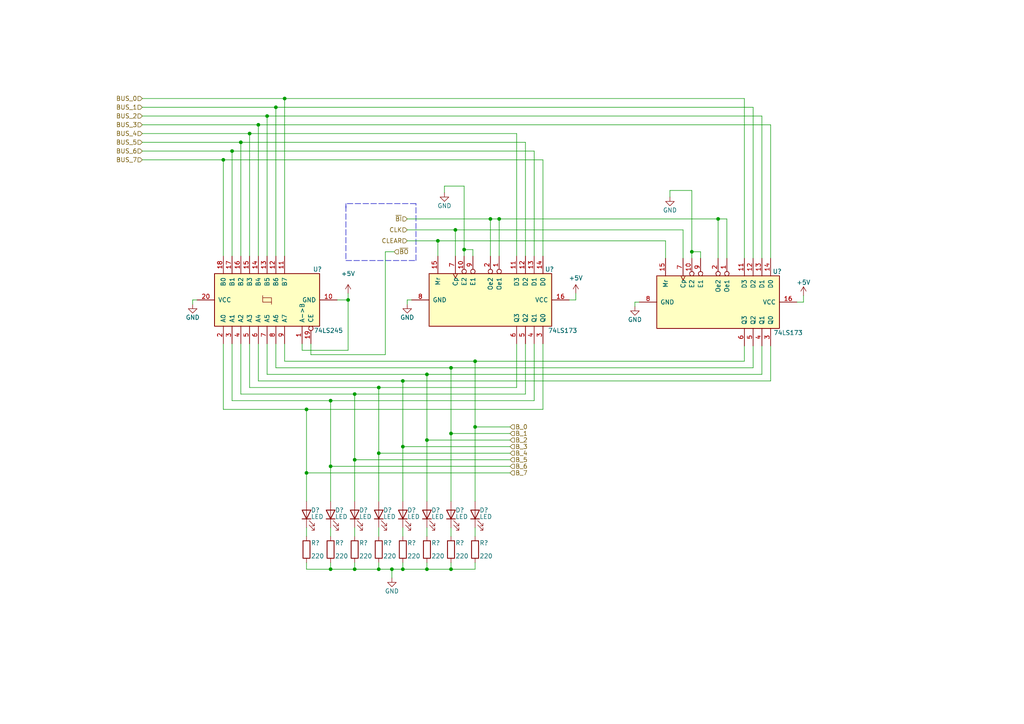
<source format=kicad_sch>
(kicad_sch (version 20211123) (generator eeschema)
  (paper "A4")
  (lib_symbols
    (symbol "74xx:74LS173" (pin_names (offset 1.016))
      (property "Reference" "U" (at -7.62 19.05 0))
      (property "Value" "74LS173" (at -7.62 -19.05 0))
      (symbol "74LS173_1_0"
        (pin input inverted (at -12.7 2.54 0) (length 5.08) (name "Oe1") (number "1"))
        (pin input inverted (at -12.7 -7.62 0) (length 5.08) (name "E2") (number "10"))
        (pin input line (at -12.7 7.62 0) (length 5.08) (name "D3") (number "11"))
        (pin input line (at -12.7 10.16 0) (length 5.08) (name "D2") (number "12"))
        (pin input line (at -12.7 12.7 0) (length 5.08) (name "D1") (number "13"))
        (pin input line (at -12.7 15.24 0) (length 5.08) (name "D0") (number "14"))
        (pin input line (at -12.7 -15.24 0) (length 5.08) (name "Mr") (number "15"))
        (pin power_in line (at 0 22.86 270) (length 5.08) (name "VCC") (number "16"))
        (pin input inverted (at -12.7 0 0) (length 5.08) (name "Oe2") (number "2"))
        (pin tri_state line (at 12.7 15.24 180) (length 5.08) (name "Q0") (number "3"))
        (pin tri_state line (at 12.7 12.7 180) (length 5.08) (name "Q1") (number "4"))
        (pin tri_state line (at 12.7 10.16 180) (length 5.08) (name "Q2") (number "5"))
        (pin tri_state line (at 12.7 7.62 180) (length 5.08) (name "Q3") (number "6"))
        (pin input clock (at -12.7 -10.16 0) (length 5.08) (name "Cp") (number "7"))
        (pin power_in line (at 0 -22.86 90) (length 5.08) (name "GND") (number "8"))
        (pin input inverted (at -12.7 -5.08 0) (length 5.08) (name "E1") (number "9"))
      )
      (symbol "74LS173_1_1"
        (rectangle (start -7.62 17.78) (end 7.62 -17.78) (stroke (width 0.254)) (fill (type background)))
      )
    )
    (symbol "74xx:74LS245" (pin_names (offset 1.016))
      (property "Reference" "U" (at -7.62 16.51 0))
      (property "Value" "74LS245" (at -7.62 -16.51 0))
      (symbol "74LS245_1_0"
        (polyline (pts (xy -0.635 -1.27) (xy -0.635 1.27) (xy 0.635 1.27)))
        (polyline (pts (xy -1.27 -1.27) (xy 0.635 -1.27) (xy 0.635 1.27) (xy 1.27 1.27)))
        (pin input line (at -12.7 -10.16 0) (length 5.08) (name "A->B") (number "1"))
        (pin power_in line (at 0 -20.32 90) (length 5.08) (name "GND") (number "10"))
        (pin tri_state line (at 12.7 -5.08 180) (length 5.08) (name "B7") (number "11"))
        (pin tri_state line (at 12.7 -2.54 180) (length 5.08) (name "B6") (number "12"))
        (pin tri_state line (at 12.7 0 180) (length 5.08) (name "B5") (number "13"))
        (pin tri_state line (at 12.7 2.54 180) (length 5.08) (name "B4") (number "14"))
        (pin tri_state line (at 12.7 5.08 180) (length 5.08) (name "B3") (number "15"))
        (pin tri_state line (at 12.7 7.62 180) (length 5.08) (name "B2") (number "16"))
        (pin tri_state line (at 12.7 10.16 180) (length 5.08) (name "B1") (number "17"))
        (pin tri_state line (at 12.7 12.7 180) (length 5.08) (name "B0") (number "18"))
        (pin input inverted (at -12.7 -12.7 0) (length 5.08) (name "CE") (number "19"))
        (pin tri_state line (at -12.7 12.7 0) (length 5.08) (name "A0") (number "2"))
        (pin power_in line (at 0 20.32 270) (length 5.08) (name "VCC") (number "20"))
        (pin tri_state line (at -12.7 10.16 0) (length 5.08) (name "A1") (number "3"))
        (pin tri_state line (at -12.7 7.62 0) (length 5.08) (name "A2") (number "4"))
        (pin tri_state line (at -12.7 5.08 0) (length 5.08) (name "A3") (number "5"))
        (pin tri_state line (at -12.7 2.54 0) (length 5.08) (name "A4") (number "6"))
        (pin tri_state line (at -12.7 0 0) (length 5.08) (name "A5") (number "7"))
        (pin tri_state line (at -12.7 -2.54 0) (length 5.08) (name "A6") (number "8"))
        (pin tri_state line (at -12.7 -5.08 0) (length 5.08) (name "A7") (number "9"))
      )
      (symbol "74LS245_1_1"
        (rectangle (start -7.62 15.24) (end 7.62 -15.24) (stroke (width 0.254)) (fill (type background)))
      )
    )
    (symbol "Device:LED" (pin_numbers hide) (pin_names (offset 1.016) hide)
      (property "Reference" "D" (at 0 2.54 0))
      (property "Value" "LED" (at 0 -2.54 0))
      (symbol "LED_0_1"
        (polyline (pts (xy -1.27 -1.27) (xy -1.27 1.27)) (stroke (width 0.254)))
        (polyline (pts (xy -1.27 0) (xy 1.27 0)))
        (polyline (pts (xy 1.27 -1.27) (xy 1.27 1.27) (xy -1.27 0) (xy 1.27 -1.27)) (stroke (width 0.254)))
        (polyline (pts (xy -3.048 -0.762) (xy -4.572 -2.286) (xy -3.81 -2.286) (xy -4.572 -2.286) (xy -4.572 -1.524)))
        (polyline (pts (xy -1.778 -0.762) (xy -3.302 -2.286) (xy -2.54 -2.286) (xy -3.302 -2.286) (xy -3.302 -1.524)))
      )
      (symbol "LED_1_1"
        (pin passive line (at -3.81 0 0) (length 2.54) (name "K") (number "1"))
        (pin passive line (at 3.81 0 180) (length 2.54) (name "A") (number "2"))
      )
    )
    (symbol "Device:R" (pin_numbers hide) (pin_names (offset 0))
      (property "Reference" "R" (at 2.032 0 90))
      (property "Value" "R" (at 0 0 90))
      (symbol "R_0_1"
        (rectangle (start -1.016 -2.54) (end 1.016 2.54) (stroke (width 0.254)))
      )
      (symbol "R_1_1"
        (pin passive line (at 0 3.81 270) (length 1.27) (name "~") (number "1"))
        (pin passive line (at 0 -3.81 90) (length 1.27) (name "~") (number "2"))
      )
    )
    (symbol "power:+5V" (power) (pin_names (offset 0))
      (property "Value" "+5V" (at 0 3.556 0))
      (symbol "+5V_0_1"
        (polyline (pts (xy -0.762 1.27) (xy 0 2.54)))
        (polyline (pts (xy 0 0) (xy 0 2.54)))
        (polyline (pts (xy 0 2.54) (xy 0.762 1.27)))
      )
      (symbol "+5V_1_1"
        (pin power_in line (at 0 0 90) (length 0) hide (name "+5V") (number "1"))
      )
    )
    (symbol "power:GND" (power) (pin_names (offset 0))
      (property "Value" "GND" (at 0 -3.81 0))
      (symbol "GND_0_1"
        (polyline (pts (xy 0 0) (xy 0 -1.27) (xy 1.27 -1.27) (xy 0 -2.54) (xy -1.27 -1.27) (xy 0 -1.27)))
      )
      (symbol "GND_1_1"
        (pin power_in line (at 0 0 270) (length 0) hide (name "GND") (number "1"))
      )
    )
  )
  (junction (at 137.795 104.775))
  (junction (at 102.87 133.35))
  (junction (at 123.825 127.635))
  (junction (at 130.81 125.73))
  (junction (at 113.665 165.1))
  (junction (at 130.81 165.1))
  (junction (at 200.66 73.025))
  (junction (at 64.77 46.355))
  (junction (at 130.81 106.68))
  (junction (at 102.87 114.3))
  (junction (at 208.28 63.5))
  (junction (at 72.39 38.735))
  (junction (at 95.885 135.255))
  (junction (at 88.9 137.16))
  (junction (at 137.795 123.825))
  (junction (at 102.87 165.1))
  (junction (at 80.01 31.115))
  (junction (at 116.84 110.49))
  (junction (at 67.31 43.815))
  (junction (at 100.965 86.995))
  (junction (at 127 69.85))
  (junction (at 116.84 129.54))
  (junction (at 123.825 165.1))
  (junction (at 95.885 116.205))
  (junction (at 82.55 28.575))
  (junction (at 109.855 131.445))
  (junction (at 77.47 33.655))
  (junction (at 88.9 118.745))
  (junction (at 134.62 72.39))
  (junction (at 95.885 165.1))
  (junction (at 69.85 41.275))
  (junction (at 142.24 63.5))
  (junction (at 74.93 36.195))
  (junction (at 116.84 165.1))
  (junction (at 144.78 63.5))
  (junction (at 132.08 66.675))
  (junction (at 123.825 108.585))
  (junction (at 109.855 165.1))
  (junction (at 109.855 112.395))
  (wire (pts (xy 203.2 74.93) (xy 203.2 73.025)))
  (wire (pts (xy 144.78 74.295) (xy 144.78 63.5)))
  (wire (pts (xy 157.48 74.295) (xy 157.48 46.355)))
  (wire (pts (xy 67.31 43.815) (xy 67.31 74.295)))
  (wire (pts (xy 88.9 153.035) (xy 88.9 155.575)))
  (wire (pts (xy 87.63 101.6) (xy 100.965 101.6)))
  (wire (pts (xy 215.9 74.93) (xy 215.9 28.575)))
  (wire (pts (xy 154.94 43.815) (xy 67.31 43.815)))
  (wire (pts (xy 82.55 104.775) (xy 82.55 99.695)))
  (wire (pts (xy 57.15 86.995) (xy 55.88 86.995)))
  (wire (pts (xy 109.855 112.395) (xy 109.855 131.445)))
  (wire (pts (xy 116.84 110.49) (xy 223.52 110.49)))
  (wire (pts (xy 218.44 74.93) (xy 218.44 31.115)))
  (wire (pts (xy 102.87 153.035) (xy 102.87 155.575)))
  (wire (pts (xy 74.93 110.49) (xy 116.84 110.49)))
  (wire (pts (xy 200.66 55.245) (xy 194.31 55.245)))
  (wire (pts (xy 198.12 74.93) (xy 198.12 66.675)))
  (wire (pts (xy 95.885 135.255) (xy 147.955 135.255)))
  (wire (pts (xy 100.965 86.995) (xy 97.79 86.995)))
  (wire (pts (xy 130.81 106.68) (xy 130.81 125.73)))
  (wire (pts (xy 208.28 74.93) (xy 208.28 63.5)))
  (wire (pts (xy 223.52 36.195) (xy 74.93 36.195)))
  (wire (pts (xy 41.275 41.275) (xy 69.85 41.275)))
  (wire (pts (xy 116.84 163.195) (xy 116.84 165.1)))
  (wire (pts (xy 208.28 63.5) (xy 144.78 63.5)))
  (wire (pts (xy 152.4 74.295) (xy 152.4 41.275)))
  (wire (pts (xy 102.87 163.195) (xy 102.87 165.1)))
  (wire (pts (xy 88.9 137.16) (xy 147.955 137.16)))
  (wire (pts (xy 130.81 153.035) (xy 130.81 155.575)))
  (wire (pts (xy 223.52 110.49) (xy 223.52 100.33)))
  (wire (pts (xy 109.855 165.1) (xy 102.87 165.1)))
  (wire (pts (xy 220.98 108.585) (xy 123.825 108.585)))
  (wire (pts (xy 88.9 118.745) (xy 64.77 118.745)))
  (wire (pts (xy 184.15 88.9) (xy 184.15 87.63)))
  (wire (pts (xy 123.825 127.635) (xy 147.955 127.635)))
  (wire (pts (xy 137.16 72.39) (xy 134.62 72.39)))
  (polyline (pts (xy 120.65 75.565) (xy 120.65 59.055)))
  (wire (pts (xy 123.825 163.195) (xy 123.825 165.1)))
  (wire (pts (xy 69.85 41.275) (xy 69.85 74.295)))
  (wire (pts (xy 80.01 31.115) (xy 80.01 74.295)))
  (wire (pts (xy 152.4 41.275) (xy 69.85 41.275)))
  (wire (pts (xy 128.905 53.975) (xy 128.905 55.88)))
  (wire (pts (xy 113.665 165.1) (xy 113.665 167.64)))
  (wire (pts (xy 95.885 135.255) (xy 95.885 145.415)))
  (wire (pts (xy 184.15 87.63) (xy 185.42 87.63)))
  (wire (pts (xy 41.275 38.735) (xy 72.39 38.735)))
  (wire (pts (xy 90.17 99.695) (xy 90.17 102.87)))
  (wire (pts (xy 215.9 104.775) (xy 137.795 104.775)))
  (wire (pts (xy 95.885 116.205) (xy 95.885 135.255)))
  (wire (pts (xy 41.275 31.115) (xy 80.01 31.115)))
  (wire (pts (xy 220.98 33.655) (xy 77.47 33.655)))
  (wire (pts (xy 218.44 31.115) (xy 80.01 31.115)))
  (wire (pts (xy 109.855 131.445) (xy 109.855 145.415)))
  (wire (pts (xy 137.795 153.035) (xy 137.795 155.575)))
  (wire (pts (xy 41.275 46.355) (xy 64.77 46.355)))
  (wire (pts (xy 116.84 165.1) (xy 113.665 165.1)))
  (wire (pts (xy 193.04 74.93) (xy 193.04 69.85)))
  (wire (pts (xy 200.66 73.025) (xy 200.66 55.245)))
  (wire (pts (xy 102.87 165.1) (xy 95.885 165.1)))
  (wire (pts (xy 149.86 99.695) (xy 149.86 112.395)))
  (wire (pts (xy 130.81 163.195) (xy 130.81 165.1)))
  (wire (pts (xy 77.47 33.655) (xy 77.47 74.295)))
  (wire (pts (xy 100.965 85.09) (xy 100.965 86.995)))
  (wire (pts (xy 55.88 86.995) (xy 55.88 88.265)))
  (wire (pts (xy 67.31 116.205) (xy 95.885 116.205)))
  (wire (pts (xy 41.275 43.815) (xy 67.31 43.815)))
  (wire (pts (xy 109.855 112.395) (xy 149.86 112.395)))
  (wire (pts (xy 118.11 63.5) (xy 142.24 63.5)))
  (wire (pts (xy 111.76 73.025) (xy 114.3 73.025)))
  (wire (pts (xy 134.62 72.39) (xy 134.62 53.975)))
  (wire (pts (xy 116.84 110.49) (xy 116.84 129.54)))
  (wire (pts (xy 198.12 66.675) (xy 132.08 66.675)))
  (wire (pts (xy 137.795 165.1) (xy 130.81 165.1)))
  (wire (pts (xy 220.98 74.93) (xy 220.98 33.655)))
  (wire (pts (xy 165.1 86.995) (xy 167.005 86.995)))
  (wire (pts (xy 80.01 99.695) (xy 80.01 106.68)))
  (wire (pts (xy 142.24 63.5) (xy 142.24 74.295)))
  (wire (pts (xy 116.84 129.54) (xy 147.955 129.54)))
  (wire (pts (xy 127 69.85) (xy 127 74.295)))
  (wire (pts (xy 123.825 165.1) (xy 130.81 165.1)))
  (wire (pts (xy 215.9 28.575) (xy 82.55 28.575)))
  (wire (pts (xy 152.4 99.695) (xy 152.4 114.3)))
  (wire (pts (xy 102.87 133.35) (xy 147.955 133.35)))
  (wire (pts (xy 116.84 153.035) (xy 116.84 155.575)))
  (wire (pts (xy 69.85 114.3) (xy 69.85 99.695)))
  (wire (pts (xy 154.94 74.295) (xy 154.94 43.815)))
  (wire (pts (xy 210.82 63.5) (xy 208.28 63.5)))
  (wire (pts (xy 123.825 165.1) (xy 116.84 165.1)))
  (wire (pts (xy 41.275 36.195) (xy 74.93 36.195)))
  (wire (pts (xy 157.48 46.355) (xy 64.77 46.355)))
  (wire (pts (xy 109.855 131.445) (xy 147.955 131.445)))
  (wire (pts (xy 109.855 163.195) (xy 109.855 165.1)))
  (wire (pts (xy 67.31 99.695) (xy 67.31 116.205)))
  (wire (pts (xy 220.98 100.33) (xy 220.98 108.585)))
  (wire (pts (xy 82.55 28.575) (xy 82.55 74.295)))
  (wire (pts (xy 123.825 108.585) (xy 123.825 127.635)))
  (wire (pts (xy 134.62 74.295) (xy 134.62 72.39)))
  (wire (pts (xy 100.965 101.6) (xy 100.965 86.995)))
  (wire (pts (xy 80.01 106.68) (xy 130.81 106.68)))
  (polyline (pts (xy 100.33 75.565) (xy 120.65 75.565)))
  (wire (pts (xy 233.045 85.725) (xy 233.045 87.63)))
  (wire (pts (xy 95.885 116.205) (xy 154.94 116.205)))
  (wire (pts (xy 88.9 137.16) (xy 88.9 145.415)))
  (wire (pts (xy 167.005 85.09) (xy 167.005 86.995)))
  (wire (pts (xy 109.855 153.035) (xy 109.855 155.575)))
  (wire (pts (xy 215.9 100.33) (xy 215.9 104.775)))
  (wire (pts (xy 200.66 74.93) (xy 200.66 73.025)))
  (wire (pts (xy 64.77 118.745) (xy 64.77 99.695)))
  (wire (pts (xy 41.275 33.655) (xy 77.47 33.655)))
  (wire (pts (xy 118.11 88.265) (xy 118.11 86.995)))
  (wire (pts (xy 144.78 63.5) (xy 142.24 63.5)))
  (wire (pts (xy 130.81 125.73) (xy 130.81 145.415)))
  (wire (pts (xy 130.81 125.73) (xy 147.955 125.73)))
  (wire (pts (xy 41.275 28.575) (xy 82.55 28.575)))
  (wire (pts (xy 203.2 73.025) (xy 200.66 73.025)))
  (wire (pts (xy 157.48 118.745) (xy 88.9 118.745)))
  (wire (pts (xy 123.825 127.635) (xy 123.825 145.415)))
  (wire (pts (xy 74.93 99.695) (xy 74.93 110.49)))
  (wire (pts (xy 130.81 106.68) (xy 218.44 106.68)))
  (wire (pts (xy 134.62 53.975) (xy 128.905 53.975)))
  (wire (pts (xy 152.4 114.3) (xy 102.87 114.3)))
  (wire (pts (xy 137.795 123.825) (xy 137.795 145.415)))
  (wire (pts (xy 137.795 163.195) (xy 137.795 165.1)))
  (wire (pts (xy 137.795 104.775) (xy 82.55 104.775)))
  (wire (pts (xy 137.795 123.825) (xy 147.955 123.825)))
  (wire (pts (xy 132.08 66.675) (xy 132.08 74.295)))
  (wire (pts (xy 72.39 38.735) (xy 72.39 74.295)))
  (wire (pts (xy 193.04 69.85) (xy 127 69.85)))
  (wire (pts (xy 102.87 114.3) (xy 102.87 133.35)))
  (wire (pts (xy 210.82 74.93) (xy 210.82 63.5)))
  (polyline (pts (xy 100.33 59.055) (xy 100.33 60.325)))
  (wire (pts (xy 88.9 165.1) (xy 95.885 165.1)))
  (wire (pts (xy 95.885 165.1) (xy 95.885 163.195)))
  (wire (pts (xy 154.94 116.205) (xy 154.94 99.695)))
  (wire (pts (xy 64.77 46.355) (xy 64.77 74.295)))
  (wire (pts (xy 77.47 99.695) (xy 77.47 108.585)))
  (wire (pts (xy 149.86 38.735) (xy 72.39 38.735)))
  (wire (pts (xy 123.825 153.035) (xy 123.825 155.575)))
  (wire (pts (xy 118.11 69.85) (xy 127 69.85)))
  (wire (pts (xy 194.31 55.245) (xy 194.31 57.15)))
  (wire (pts (xy 111.76 102.87) (xy 111.76 73.025)))
  (wire (pts (xy 137.795 104.775) (xy 137.795 123.825)))
  (wire (pts (xy 231.14 87.63) (xy 233.045 87.63)))
  (wire (pts (xy 137.16 74.295) (xy 137.16 72.39)))
  (wire (pts (xy 72.39 112.395) (xy 109.855 112.395)))
  (wire (pts (xy 149.86 74.295) (xy 149.86 38.735)))
  (wire (pts (xy 87.63 99.695) (xy 87.63 101.6)))
  (wire (pts (xy 118.11 66.675) (xy 132.08 66.675)))
  (wire (pts (xy 157.48 99.695) (xy 157.48 118.745)))
  (wire (pts (xy 223.52 74.93) (xy 223.52 36.195)))
  (wire (pts (xy 72.39 99.695) (xy 72.39 112.395)))
  (wire (pts (xy 102.87 133.35) (xy 102.87 145.415)))
  (wire (pts (xy 74.93 36.195) (xy 74.93 74.295)))
  (polyline (pts (xy 100.33 59.69) (xy 100.33 75.565)))
  (wire (pts (xy 118.11 86.995) (xy 119.38 86.995)))
  (wire (pts (xy 95.885 153.035) (xy 95.885 155.575)))
  (wire (pts (xy 113.665 165.1) (xy 109.855 165.1)))
  (wire (pts (xy 218.44 100.33) (xy 218.44 106.68)))
  (wire (pts (xy 116.84 129.54) (xy 116.84 145.415)))
  (wire (pts (xy 102.87 114.3) (xy 69.85 114.3)))
  (wire (pts (xy 90.17 102.87) (xy 111.76 102.87)))
  (wire (pts (xy 88.9 163.195) (xy 88.9 165.1)))
  (wire (pts (xy 123.825 108.585) (xy 77.47 108.585)))
  (wire (pts (xy 88.9 118.745) (xy 88.9 137.16)))
  (polyline (pts (xy 120.65 59.055) (xy 100.33 59.055)))
  (hierarchical_label "B_4" (shape input) (at 147.955 131.445 0))
  (hierarchical_label "BUS_1" (shape input) (at 41.275 31.115 180))
  (hierarchical_label "B_0" (shape input) (at 147.955 123.825 0))
  (hierarchical_label "~{BI}" (shape input) (at 118.11 63.5 180))
  (hierarchical_label "BUS_4" (shape input) (at 41.275 38.735 180))
  (hierarchical_label "BUS_6" (shape input) (at 41.275 43.815 180))
  (hierarchical_label "CLK" (shape input) (at 118.11 66.675 180))
  (hierarchical_label "BUS_3" (shape input) (at 41.275 36.195 180))
  (hierarchical_label "B_5" (shape input) (at 147.955 133.35 0))
  (hierarchical_label "BUS_2" (shape input) (at 41.275 33.655 180))
  (hierarchical_label "BUS_5" (shape input) (at 41.275 41.275 180))
  (hierarchical_label "B_3" (shape input) (at 147.955 129.54 0))
  (hierarchical_label "B_7" (shape input) (at 147.955 137.16 0))
  (hierarchical_label "BUS_7" (shape input) (at 41.275 46.355 180))
  (hierarchical_label "B_6" (shape input) (at 147.955 135.255 0))
  (hierarchical_label "~{BO}" (shape input) (at 114.3 73.025 0))
  (hierarchical_label "B_2" (shape input) (at 147.955 127.635 0))
  (hierarchical_label "B_1" (shape input) (at 147.955 125.73 0))
  (hierarchical_label "CLEAR" (shape input) (at 118.11 69.85 180))
  (hierarchical_label "BUS_0" (shape input) (at 41.275 28.575 180))
  (symbol (lib_id "power:GND") (at 118.11 88.265 0) (unit 1)
    (property "Reference" "#PWR?" (effects hide))
    (property "Value" "GND" (at 118.11 92.075 0))
  )
  (symbol (lib_id "power:GND") (at 55.88 88.265 0) (unit 1)
    (property "Reference" "#PWR?" (effects hide))
    (property "Value" "GND" (at 55.88 92.075 0))
  )
  (symbol (lib_id "power:GND") (at 194.31 57.15 0) (unit 1)
    (property "Reference" "#PWR?" (effects hide))
    (property "Value" "GND" (at 194.31 60.96 0))
  )
  (symbol (lib_id "74xx:74LS173") (at 208.28 87.63 270) (unit 1)
    (property "Reference" "U?" (at 225.425 78.74 90))
    (property "Value" "74LS173" (at 228.6 96.52 90))
    (property "Datasheet" "http://www.ti.com/lit/gpn/sn74LS173" (effects hide))
  )
  (symbol (lib_id "Device:LED") (at 102.87 149.225 90) (unit 1)
    (property "Reference" "D?" (at 104.14 147.955 90) (effects (justify right)))
    (property "Value" "LED" (at 104.14 149.86 90) (effects (justify right)))
  )
  (symbol (lib_id "Device:LED") (at 88.9 149.225 90) (unit 1)
    (property "Reference" "D?" (at 90.17 147.955 90) (effects (justify right)))
    (property "Value" "LED" (at 90.17 149.86 90) (effects (justify right)))
  )
  (symbol (lib_id "Device:R") (at 123.825 159.385 0) (unit 1)
    (property "Reference" "R?" (at 125.095 157.48 0) (effects (justify left)))
    (property "Value" "220" (at 125.095 161.29 0) (effects (justify left)))
  )
  (symbol (lib_id "power:+5V") (at 100.965 85.09 0) (unit 1)
    (property "Reference" "#PWR?" (effects hide))
    (property "Value" "+5V" (at 100.965 79.375 0))
  )
  (symbol (lib_id "power:GND") (at 184.15 88.9 0) (unit 1)
    (property "Reference" "#PWR?" (effects hide))
    (property "Value" "GND" (at 184.15 92.71 0))
  )
  (symbol (lib_id "Device:LED") (at 130.81 149.225 90) (unit 1)
    (property "Reference" "D?" (at 132.08 147.955 90) (effects (justify right)))
    (property "Value" "LED" (at 132.08 149.86 90) (effects (justify right)))
  )
  (symbol (lib_id "Device:R") (at 137.795 159.385 0) (unit 1)
    (property "Reference" "R?" (at 139.065 157.48 0) (effects (justify left)))
    (property "Value" "220" (at 139.065 161.29 0) (effects (justify left)))
  )
  (symbol (lib_id "power:GND") (at 113.665 167.64 0) (unit 1)
    (property "Reference" "#PWR?" (effects hide))
    (property "Value" "GND" (at 113.665 171.45 0))
  )
  (symbol (lib_id "74xx:74LS173") (at 142.24 86.995 270) (unit 1)
    (property "Reference" "U?" (at 159.385 78.105 90))
    (property "Value" "74LS173" (at 163.195 95.885 90))
    (property "Datasheet" "http://www.ti.com/lit/gpn/sn74LS173" (effects hide))
  )
  (symbol (lib_id "Device:R") (at 130.81 159.385 0) (unit 1)
    (property "Reference" "R?" (at 132.08 157.48 0) (effects (justify left)))
    (property "Value" "220" (at 132.08 161.29 0) (effects (justify left)))
  )
  (symbol (lib_id "Device:R") (at 102.87 159.385 0) (unit 1)
    (property "Reference" "R?" (at 104.14 157.48 0) (effects (justify left)))
    (property "Value" "220" (at 104.14 161.29 0) (effects (justify left)))
  )
  (symbol (lib_id "74xx:74LS245") (at 77.47 86.995 90) (unit 1)
    (property "Reference" "U?" (at 92.075 78.105 90))
    (property "Value" "74LS245" (at 95.25 95.885 90))
    (property "Datasheet" "http://www.ti.com/lit/gpn/sn74LS245" (effects hide))
  )
  (symbol (lib_id "power:GND") (at 128.905 55.88 0) (unit 1)
    (property "Reference" "#PWR?" (effects hide))
    (property "Value" "GND" (at 128.905 59.69 0))
  )
  (symbol (lib_id "Device:R") (at 116.84 159.385 0) (unit 1)
    (property "Reference" "R?" (at 118.11 157.48 0) (effects (justify left)))
    (property "Value" "220" (at 118.11 161.29 0) (effects (justify left)))
  )
  (symbol (lib_id "Device:LED") (at 109.855 149.225 90) (unit 1)
    (property "Reference" "D?" (at 111.125 147.955 90) (effects (justify right)))
    (property "Value" "LED" (at 111.125 149.86 90) (effects (justify right)))
  )
  (symbol (lib_id "Device:R") (at 95.885 159.385 0) (unit 1)
    (property "Reference" "R?" (at 97.155 157.48 0) (effects (justify left)))
    (property "Value" "220" (at 97.155 161.29 0) (effects (justify left)))
  )
  (symbol (lib_id "power:+5V") (at 233.045 85.725 0) (unit 1)
    (property "Reference" "#PWR?" (effects hide))
    (property "Value" "+5V" (at 233.045 81.915 0))
  )
  (symbol (lib_id "Device:LED") (at 95.885 149.225 90) (unit 1)
    (property "Reference" "D?" (at 97.155 147.955 90) (effects (justify right)))
    (property "Value" "LED" (at 97.155 149.86 90) (effects (justify right)))
  )
  (symbol (lib_id "Device:LED") (at 116.84 149.225 90) (unit 1)
    (property "Reference" "D?" (at 118.11 147.955 90) (effects (justify right)))
    (property "Value" "LED" (at 118.11 149.86 90) (effects (justify right)))
  )
  (symbol (lib_id "Device:R") (at 88.9 159.385 0) (unit 1)
    (property "Reference" "R?" (at 90.17 157.48 0) (effects (justify left)))
    (property "Value" "220" (at 90.17 161.29 0) (effects (justify left)))
  )
  (symbol (lib_id "power:+5V") (at 167.005 85.09 0) (unit 1)
    (property "Reference" "#PWR?" (effects hide))
    (property "Value" "+5V" (at 167.005 80.645 0))
  )
  (symbol (lib_id "Device:R") (at 109.855 159.385 0) (unit 1)
    (property "Reference" "R?" (at 111.125 157.48 0) (effects (justify left)))
    (property "Value" "220" (at 111.125 161.29 0) (effects (justify left)))
  )
  (symbol (lib_id "Device:LED") (at 123.825 149.225 90) (unit 1)
    (property "Reference" "D?" (at 125.095 147.955 90) (effects (justify right)))
    (property "Value" "LED" (at 125.095 149.86 90) (effects (justify right)))
  )
  (symbol (lib_id "Device:LED") (at 137.795 149.225 90) (unit 1)
    (property "Reference" "D?" (at 139.065 147.955 90) (effects (justify right)))
    (property "Value" "LED" (at 139.065 149.86 90) (effects (justify right)))
  )
)
</source>
